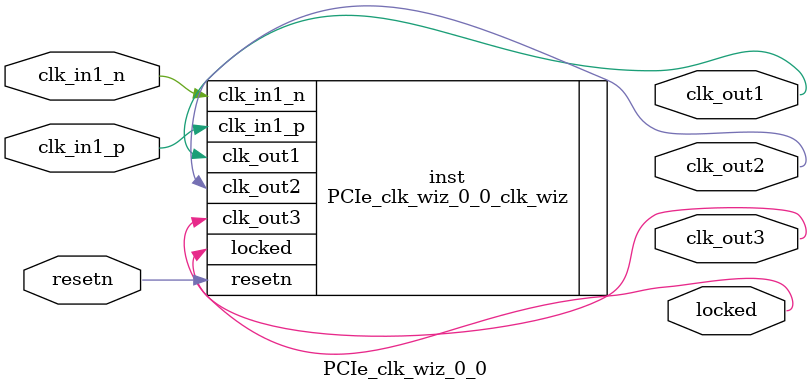
<source format=v>


`timescale 1ps/1ps

(* CORE_GENERATION_INFO = "PCIe_clk_wiz_0_0,clk_wiz_v5_4_1_0,{component_name=PCIe_clk_wiz_0_0,use_phase_alignment=true,use_min_o_jitter=false,use_max_i_jitter=false,use_dyn_phase_shift=false,use_inclk_switchover=false,use_dyn_reconfig=false,enable_axi=0,feedback_source=FDBK_AUTO,PRIMITIVE=MMCM,num_out_clk=3,clkin1_period=5.000,clkin2_period=10.0,use_power_down=false,use_reset=true,use_locked=true,use_inclk_stopped=false,feedback_type=SINGLE,CLOCK_MGR_TYPE=NA,manual_override=false}" *)

module PCIe_clk_wiz_0_0 
 (
  // Clock out ports
  output        clk_out1,
  output        clk_out2,
  output        clk_out3,
  // Status and control signals
  input         resetn,
  output        locked,
 // Clock in ports
  input         clk_in1_p,
  input         clk_in1_n
 );

  PCIe_clk_wiz_0_0_clk_wiz inst
  (
  // Clock out ports  
  .clk_out1(clk_out1),
  .clk_out2(clk_out2),
  .clk_out3(clk_out3),
  // Status and control signals               
  .resetn(resetn), 
  .locked(locked),
 // Clock in ports
  .clk_in1_p(clk_in1_p),
  .clk_in1_n(clk_in1_n)
  );

endmodule

</source>
